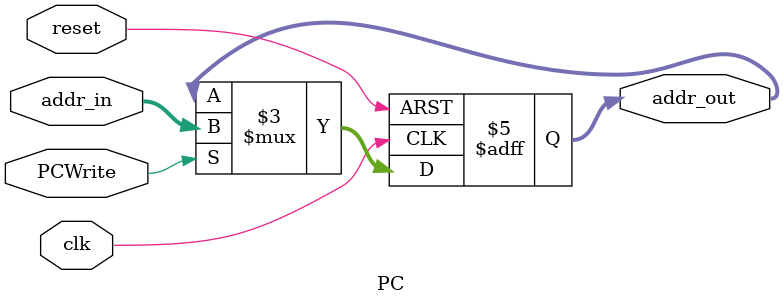
<source format=v>
module PC(clk, reset, PCWrite, addr_in, addr_out);
input clk, reset, PCWrite;
input [31:0] addr_in;
output [31:0] addr_out;

reg [31:0] addr_out;

always @(posedge clk or negedge reset) begin
	if(!reset)
		addr_out <= 32'b0;
	else if(PCWrite)
		addr_out <= addr_in;
end

endmodule

</source>
